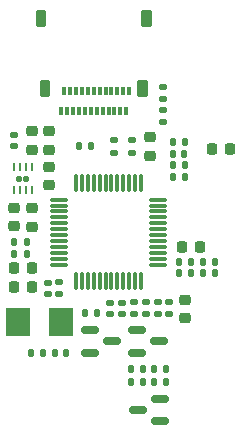
<source format=gtp>
G04 #@! TF.GenerationSoftware,KiCad,Pcbnew,7.0.7*
G04 #@! TF.CreationDate,2023-09-04T22:31:34-04:00*
G04 #@! TF.ProjectId,k1-aioc,6b312d61-696f-4632-9e6b-696361645f70,rev?*
G04 #@! TF.SameCoordinates,Original*
G04 #@! TF.FileFunction,Paste,Top*
G04 #@! TF.FilePolarity,Positive*
%FSLAX46Y46*%
G04 Gerber Fmt 4.6, Leading zero omitted, Abs format (unit mm)*
G04 Created by KiCad (PCBNEW 7.0.7) date 2023-09-04 22:31:34*
%MOMM*%
%LPD*%
G01*
G04 APERTURE LIST*
G04 Aperture macros list*
%AMRoundRect*
0 Rectangle with rounded corners*
0 $1 Rounding radius*
0 $2 $3 $4 $5 $6 $7 $8 $9 X,Y pos of 4 corners*
0 Add a 4 corners polygon primitive as box body*
4,1,4,$2,$3,$4,$5,$6,$7,$8,$9,$2,$3,0*
0 Add four circle primitives for the rounded corners*
1,1,$1+$1,$2,$3*
1,1,$1+$1,$4,$5*
1,1,$1+$1,$6,$7*
1,1,$1+$1,$8,$9*
0 Add four rect primitives between the rounded corners*
20,1,$1+$1,$2,$3,$4,$5,0*
20,1,$1+$1,$4,$5,$6,$7,0*
20,1,$1+$1,$6,$7,$8,$9,0*
20,1,$1+$1,$8,$9,$2,$3,0*%
G04 Aperture macros list end*
%ADD10C,0.300000*%
%ADD11RoundRect,0.225000X0.250000X-0.225000X0.250000X0.225000X-0.250000X0.225000X-0.250000X-0.225000X0*%
%ADD12RoundRect,0.135000X0.135000X0.185000X-0.135000X0.185000X-0.135000X-0.185000X0.135000X-0.185000X0*%
%ADD13RoundRect,0.218750X0.218750X0.256250X-0.218750X0.256250X-0.218750X-0.256250X0.218750X-0.256250X0*%
%ADD14RoundRect,0.140000X0.140000X0.170000X-0.140000X0.170000X-0.140000X-0.170000X0.140000X-0.170000X0*%
%ADD15RoundRect,0.135000X-0.135000X-0.185000X0.135000X-0.185000X0.135000X0.185000X-0.135000X0.185000X0*%
%ADD16R,0.300000X0.700000*%
%ADD17RoundRect,0.140000X-0.140000X-0.170000X0.140000X-0.170000X0.140000X0.170000X-0.140000X0.170000X0*%
%ADD18RoundRect,0.218750X-0.218750X-0.256250X0.218750X-0.256250X0.218750X0.256250X-0.218750X0.256250X0*%
%ADD19RoundRect,0.140000X-0.170000X0.140000X-0.170000X-0.140000X0.170000X-0.140000X0.170000X0.140000X0*%
%ADD20RoundRect,0.135000X-0.185000X0.135000X-0.185000X-0.135000X0.185000X-0.135000X0.185000X0.135000X0*%
%ADD21RoundRect,0.218750X0.256250X-0.218750X0.256250X0.218750X-0.256250X0.218750X-0.256250X-0.218750X0*%
%ADD22RoundRect,0.075000X0.075000X-0.662500X0.075000X0.662500X-0.075000X0.662500X-0.075000X-0.662500X0*%
%ADD23RoundRect,0.075000X0.662500X-0.075000X0.662500X0.075000X-0.662500X0.075000X-0.662500X-0.075000X0*%
%ADD24RoundRect,0.140000X0.170000X-0.140000X0.170000X0.140000X-0.170000X0.140000X-0.170000X-0.140000X0*%
%ADD25RoundRect,0.150000X0.587500X0.150000X-0.587500X0.150000X-0.587500X-0.150000X0.587500X-0.150000X0*%
%ADD26RoundRect,0.225000X-0.250000X0.225000X-0.250000X-0.225000X0.250000X-0.225000X0.250000X0.225000X0*%
%ADD27RoundRect,0.150000X-0.587500X-0.150000X0.587500X-0.150000X0.587500X0.150000X-0.587500X0.150000X0*%
%ADD28RoundRect,0.225000X-0.225000X-0.250000X0.225000X-0.250000X0.225000X0.250000X-0.225000X0.250000X0*%
%ADD29RoundRect,0.135000X0.185000X-0.135000X0.185000X0.135000X-0.185000X0.135000X-0.185000X-0.135000X0*%
%ADD30RoundRect,0.120000X-0.120000X0.120000X-0.120000X-0.120000X0.120000X-0.120000X0.120000X0.120000X0*%
%ADD31RoundRect,0.062500X-0.062500X0.312500X-0.062500X-0.312500X0.062500X-0.312500X0.062500X0.312500X0*%
%ADD32R,2.000000X2.400000*%
G04 APERTURE END LIST*
D10*
X88350000Y-99300000D02*
X88900000Y-99300000D01*
X88900000Y-100400000D01*
X88350000Y-100400000D01*
X88350000Y-99300000D01*
G36*
X88350000Y-99300000D02*
G01*
X88900000Y-99300000D01*
X88900000Y-100400000D01*
X88350000Y-100400000D01*
X88350000Y-99300000D01*
G37*
X88000000Y-93350000D02*
X88550000Y-93350000D01*
X88550000Y-94450000D01*
X88000000Y-94450000D01*
X88000000Y-93350000D01*
G36*
X88000000Y-93350000D02*
G01*
X88550000Y-93350000D01*
X88550000Y-94450000D01*
X88000000Y-94450000D01*
X88000000Y-93350000D01*
G37*
X96950000Y-93350000D02*
X97500000Y-93350000D01*
X97500000Y-94450000D01*
X96950000Y-94450000D01*
X96950000Y-93350000D01*
G36*
X96950000Y-93350000D02*
G01*
X97500000Y-93350000D01*
X97500000Y-94450000D01*
X96950000Y-94450000D01*
X96950000Y-93350000D01*
G37*
X96600000Y-99300000D02*
X97150000Y-99300000D01*
X97150000Y-100400000D01*
X96600000Y-100400000D01*
X96600000Y-99300000D01*
G36*
X96600000Y-99300000D02*
G01*
X97150000Y-99300000D01*
X97150000Y-100400000D01*
X96600000Y-100400000D01*
X96600000Y-99300000D01*
G37*
D11*
G04 #@! TO.C,C6*
X87500000Y-105025000D03*
X87500000Y-103475000D03*
G04 #@! TD*
D12*
G04 #@! TO.C,R2*
X101020000Y-114500000D03*
X100000000Y-114500000D03*
G04 #@! TD*
D13*
G04 #@! TO.C,D2*
X87537500Y-116650000D03*
X85962500Y-116650000D03*
G04 #@! TD*
D14*
G04 #@! TO.C,C11*
X100430000Y-105350000D03*
X99470000Y-105350000D03*
G04 #@! TD*
D15*
G04 #@! TO.C,R15*
X86040000Y-113850000D03*
X87060000Y-113850000D03*
G04 #@! TD*
D16*
G04 #@! TO.C,J1*
X95500000Y-101770000D03*
X95000000Y-101770000D03*
X94500000Y-101770000D03*
X94000000Y-101770000D03*
X93500000Y-101770000D03*
X93000000Y-101770000D03*
X92500000Y-101770000D03*
X92000000Y-101770000D03*
X91500000Y-101770000D03*
X91000000Y-101770000D03*
X90500000Y-101770000D03*
X90000000Y-101770000D03*
X90250000Y-100070000D03*
X90750000Y-100070000D03*
X91250000Y-100070000D03*
X91750000Y-100070000D03*
X92250000Y-100070000D03*
X92750000Y-100070000D03*
X93250000Y-100070000D03*
X93750000Y-100070000D03*
X94250000Y-100070000D03*
X94750000Y-100070000D03*
X95250000Y-100070000D03*
X95750000Y-100070000D03*
G04 #@! TD*
D15*
G04 #@! TO.C,R21*
X97840000Y-124650000D03*
X98860000Y-124650000D03*
G04 #@! TD*
D17*
G04 #@! TO.C,C1*
X87470000Y-122250000D03*
X88430000Y-122250000D03*
G04 #@! TD*
D12*
G04 #@! TO.C,R22*
X93060000Y-118850000D03*
X92040000Y-118850000D03*
G04 #@! TD*
D18*
G04 #@! TO.C,D1*
X85962500Y-115050000D03*
X87537500Y-115050000D03*
G04 #@! TD*
D19*
G04 #@! TO.C,C9*
X95150000Y-117970000D03*
X95150000Y-118930000D03*
G04 #@! TD*
D15*
G04 #@! TO.C,R18*
X95940000Y-123550000D03*
X96960000Y-123550000D03*
G04 #@! TD*
D17*
G04 #@! TO.C,C12*
X102030000Y-115500000D03*
X102990000Y-115500000D03*
G04 #@! TD*
D20*
G04 #@! TO.C,R13*
X99150000Y-117940000D03*
X99150000Y-118960000D03*
G04 #@! TD*
D21*
G04 #@! TO.C,FB2*
X89000000Y-105037500D03*
X89000000Y-103462500D03*
G04 #@! TD*
D20*
G04 #@! TO.C,R8*
X96000000Y-104240000D03*
X96000000Y-105260000D03*
G04 #@! TD*
G04 #@! TO.C,R11*
X97150000Y-117940000D03*
X97150000Y-118960000D03*
G04 #@! TD*
G04 #@! TO.C,R9*
X94500000Y-104240000D03*
X94500000Y-105260000D03*
G04 #@! TD*
D22*
G04 #@! TO.C,U2*
X91250000Y-116162500D03*
X91750000Y-116162500D03*
X92250000Y-116162500D03*
X92750000Y-116162500D03*
X93250000Y-116162500D03*
X93750000Y-116162500D03*
X94250000Y-116162500D03*
X94750000Y-116162500D03*
X95250000Y-116162500D03*
X95750000Y-116162500D03*
X96250000Y-116162500D03*
X96750000Y-116162500D03*
D23*
X98162500Y-114750000D03*
X98162500Y-114250000D03*
X98162500Y-113750000D03*
X98162500Y-113250000D03*
X98162500Y-112750000D03*
X98162500Y-112250000D03*
X98162500Y-111750000D03*
X98162500Y-111250000D03*
X98162500Y-110750000D03*
X98162500Y-110250000D03*
X98162500Y-109750000D03*
X98162500Y-109250000D03*
D22*
X96750000Y-107837500D03*
X96250000Y-107837500D03*
X95750000Y-107837500D03*
X95250000Y-107837500D03*
X94750000Y-107837500D03*
X94250000Y-107837500D03*
X93750000Y-107837500D03*
X93250000Y-107837500D03*
X92750000Y-107837500D03*
X92250000Y-107837500D03*
X91750000Y-107837500D03*
X91250000Y-107837500D03*
D23*
X89837500Y-109250000D03*
X89837500Y-109750000D03*
X89837500Y-110250000D03*
X89837500Y-110750000D03*
X89837500Y-111250000D03*
X89837500Y-111750000D03*
X89837500Y-112250000D03*
X89837500Y-112750000D03*
X89837500Y-113250000D03*
X89837500Y-113750000D03*
X89837500Y-114250000D03*
X89837500Y-114750000D03*
G04 #@! TD*
D12*
G04 #@! TO.C,R20*
X98860000Y-123550000D03*
X97840000Y-123550000D03*
G04 #@! TD*
G04 #@! TO.C,R4*
X103020000Y-114500000D03*
X102000000Y-114500000D03*
G04 #@! TD*
D21*
G04 #@! TO.C,FB1*
X87500000Y-111537500D03*
X87500000Y-109962500D03*
G04 #@! TD*
D24*
G04 #@! TO.C,C3*
X86000000Y-104730000D03*
X86000000Y-103770000D03*
G04 #@! TD*
D14*
G04 #@! TO.C,C2*
X90430000Y-122250000D03*
X89470000Y-122250000D03*
G04 #@! TD*
D20*
G04 #@! TO.C,R10*
X96150000Y-117940000D03*
X96150000Y-118960000D03*
G04 #@! TD*
D11*
G04 #@! TO.C,C4*
X89000000Y-108025000D03*
X89000000Y-106475000D03*
G04 #@! TD*
D25*
G04 #@! TO.C,Q4*
X98387500Y-128000000D03*
X98387500Y-126100000D03*
X96512500Y-127050000D03*
G04 #@! TD*
D15*
G04 #@! TO.C,R1*
X91490000Y-104750000D03*
X92510000Y-104750000D03*
G04 #@! TD*
D26*
G04 #@! TO.C,C5*
X86000000Y-109975000D03*
X86000000Y-111525000D03*
G04 #@! TD*
D27*
G04 #@! TO.C,Q1*
X92412500Y-120300000D03*
X92412500Y-122200000D03*
X94287500Y-121250000D03*
G04 #@! TD*
D28*
G04 #@! TO.C,C14*
X102775000Y-104950000D03*
X104325000Y-104950000D03*
G04 #@! TD*
D12*
G04 #@! TO.C,R17*
X101020000Y-115500000D03*
X100000000Y-115500000D03*
G04 #@! TD*
D15*
G04 #@! TO.C,R5*
X99440000Y-104350000D03*
X100460000Y-104350000D03*
G04 #@! TD*
D29*
G04 #@! TO.C,R23*
X89850000Y-117260000D03*
X89850000Y-116240000D03*
G04 #@! TD*
D19*
G04 #@! TO.C,C15*
X94100000Y-117970000D03*
X94100000Y-118930000D03*
G04 #@! TD*
D28*
G04 #@! TO.C,C7*
X100225000Y-113250000D03*
X101775000Y-113250000D03*
G04 #@! TD*
D19*
G04 #@! TO.C,C8*
X88850000Y-116270000D03*
X88850000Y-117230000D03*
G04 #@! TD*
D30*
G04 #@! TO.C,U1*
X87050000Y-107500000D03*
X86450000Y-107500000D03*
D31*
X87500000Y-106525000D03*
X87000000Y-106525000D03*
X86500000Y-106525000D03*
X86000000Y-106525000D03*
X86000000Y-108475000D03*
X86500000Y-108475000D03*
X87000000Y-108475000D03*
X87500000Y-108475000D03*
G04 #@! TD*
D15*
G04 #@! TO.C,R16*
X99490000Y-106350000D03*
X100510000Y-106350000D03*
G04 #@! TD*
D12*
G04 #@! TO.C,R19*
X96960000Y-124650000D03*
X95940000Y-124650000D03*
G04 #@! TD*
D15*
G04 #@! TO.C,R3*
X99490000Y-107350000D03*
X100510000Y-107350000D03*
G04 #@! TD*
D11*
G04 #@! TO.C,C10*
X97500000Y-105525000D03*
X97500000Y-103975000D03*
G04 #@! TD*
D15*
G04 #@! TO.C,R14*
X86040000Y-112850000D03*
X87060000Y-112850000D03*
G04 #@! TD*
D29*
G04 #@! TO.C,R6*
X98650000Y-100760000D03*
X98650000Y-99740000D03*
G04 #@! TD*
D26*
G04 #@! TO.C,C13*
X100500000Y-117725000D03*
X100500000Y-119275000D03*
G04 #@! TD*
D32*
G04 #@! TO.C,Y1*
X86300000Y-119650000D03*
X90000000Y-119650000D03*
G04 #@! TD*
D20*
G04 #@! TO.C,R12*
X98150000Y-117940000D03*
X98150000Y-118960000D03*
G04 #@! TD*
G04 #@! TO.C,R7*
X98650000Y-101640000D03*
X98650000Y-102660000D03*
G04 #@! TD*
D27*
G04 #@! TO.C,Q3*
X96412500Y-120300000D03*
X96412500Y-122200000D03*
X98287500Y-121250000D03*
G04 #@! TD*
M02*

</source>
